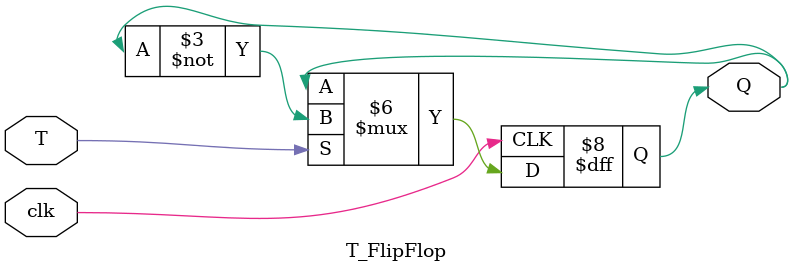
<source format=v>
`timescale 1ns / 1ps
module T_FlipFlop(
    input  T,
    input  clk,
    output reg Q = 0
);
    always @(posedge clk) begin
        if (T == 1)
            Q <= ~Q;
        else
            Q <= Q;
    end

endmodule

</source>
